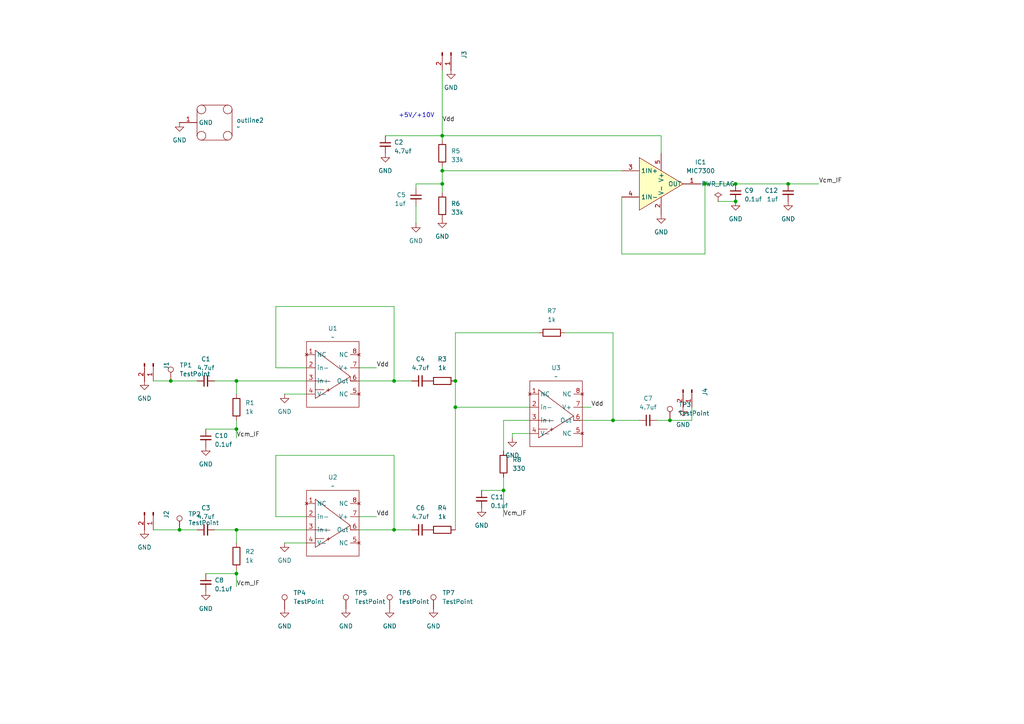
<source format=kicad_sch>
(kicad_sch (version 20231120) (generator "eeschema") (generator_version "8.0")
  (paper "A4")
  (lib_symbols
    (symbol "Connector:Conn_01x02_Pin" (pin_names (offset 1.016) hide)
      (property "Reference" "J" (at 0 2.54 0))
      (property "Value" "Conn_01x02_Pin" (at 0 -5.08 0))
      (symbol "Conn_01x02_Pin_1_1"
        (polyline (pts (xy 1.27 -2.54) (xy 0.8636 -2.54)) (stroke (width 0.1524)))
        (polyline (pts (xy 1.27 0) (xy 0.8636 0)) (stroke (width 0.1524)))
        (rectangle (start 0.8636 -2.413) (end 0 -2.667) (stroke (width 0.1524)) (fill (type outline)))
        (rectangle (start 0.8636 0.127) (end 0 -0.127) (stroke (width 0.1524)) (fill (type outline)))
        (pin passive line (at 5.08 0 180) (length 3.81) (name "Pin_1") (number "1"))
        (pin passive line (at 5.08 -2.54 180) (length 3.81) (name "Pin_2") (number "2"))
      )
    )
    (symbol "Connector:TestPoint" (pin_numbers hide) (pin_names (offset 0.762) hide)
      (property "Reference" "TP" (at 0 6.858 0))
      (property "Value" "TestPoint" (at 0 5.08 0))
      (symbol "TestPoint_0_1"
        (circle (center 0 3.302) (radius 0.762))
      )
      (symbol "TestPoint_1_1"
        (pin passive line (at 0 0 90) (length 2.54) (name "1") (number "1"))
      )
    )
    (symbol "Device:C_Small" (pin_numbers hide) (pin_names (offset 0.254) hide)
      (property "Reference" "C" (at 0.254 1.778 0))
      (property "Value" "C_Small" (at 0.254 -2.032 0))
      (symbol "C_Small_0_1"
        (polyline (pts (xy -1.524 -0.508) (xy 1.524 -0.508)) (stroke (width 0.3302)))
        (polyline (pts (xy -1.524 0.508) (xy 1.524 0.508)) (stroke (width 0.3048)))
      )
      (symbol "C_Small_1_1"
        (pin passive line (at 0 2.54 270) (length 2.032) (name "~") (number "1"))
        (pin passive line (at 0 -2.54 90) (length 2.032) (name "~") (number "2"))
      )
    )
    (symbol "Device:R" (pin_numbers hide) (pin_names (offset 0))
      (property "Reference" "R" (at 2.032 0 90))
      (property "Value" "R" (at 0 0 90))
      (symbol "R_0_1"
        (rectangle (start -1.016 -2.54) (end 1.016 2.54) (stroke (width 0.254)))
      )
      (symbol "R_1_1"
        (pin passive line (at 0 3.81 270) (length 1.27) (name "~") (number "1"))
        (pin passive line (at 0 -3.81 90) (length 1.27) (name "~") (number "2"))
      )
    )
    (symbol "MUSIC_LAB:MIC7300"
      (property "Reference" "IC" (at 16.51 10.16 0))
      (property "Value" "MIC7300" (at 15.24 6.35 0))
      (symbol "MIC7300_1_1"
        (polyline (pts (xy 5.08 7.62) (xy 5.08 -7.62) (xy 17.78 0) (xy 5.08 7.62)) (fill (type background)))
        (pin passive line (at 22.86 0 180) (length 5.08) (name "OUT") (number "1"))
        (pin passive line (at 11.43 -8.89 90) (length 5.08) (name "V-") (number "2"))
        (pin passive line (at 0 3.81 0) (length 5.08) (name "1IN+") (number "3"))
        (pin passive line (at 0 -3.81 0) (length 5.08) (name "1IN-") (number "4"))
        (pin passive line (at 11.43 8.89 270) (length 5.08) (name "V+") (number "5"))
      )
    )
    (symbol "MUSIC_LAB:OPA1611_SOIC8"
      (property "Reference" "U" (at 0 13.97 0))
      (symbol "OPA1611_SOIC8_0_0"
        (text "+" (at -1.27 6.35 0) (effects (font (size 1.27 1.27))))
        (text "-" (at -1.27 8.89 0) (effects (font (size 1.27 1.27))))
      )
      (symbol "OPA1611_SOIC8_0_1"
        (rectangle (start -7.62 20.32) (end 7.62 1.27))
        (polyline (pts (xy -5.08 6.35) (xy -2.54 6.35)))
        (polyline (pts (xy -5.08 8.89) (xy -2.54 8.89)))
        (polyline (pts (xy -5.08 17.78) (xy -5.08 3.81) (xy 5.08 10.16) (xy -5.08 17.78)))
        (polyline (pts (xy 5.08 10.16) (xy 5.08 10.16) (xy 5.08 8.89) (xy 6.985 8.89)))
      )
      (symbol "OPA1611_SOIC8_1_1"
        (pin no_connect line (at -7.62 16.51 0) (length 2.54) (name "NC") (number "1"))
        (pin input line (at -7.62 12.7 0) (length 2.54) (name "in-") (number "2"))
        (pin input line (at -7.62 8.89 0) (length 2.54) (name "in+") (number "3"))
        (pin passive line (at -7.62 5.08 0) (length 2.54) (name "V-") (number "4"))
        (pin no_connect line (at 7.62 5.08 180) (length 2.54) (name "NC") (number "5"))
        (pin output line (at 7.62 8.89 180) (length 2.54) (name "Out") (number "6"))
        (pin passive line (at 7.62 12.7 180) (length 2.54) (name "V+") (number "7"))
        (pin no_connect line (at 7.62 16.51 180) (length 2.54) (name "NC") (number "8"))
      )
    )
    (symbol "MUSIC_LAB:outline"
      (property "Reference" "outline" (at 0 6.35 0))
      (symbol "outline_0_1"
        (circle (center -3.81 -3.81) (radius 1.27))
        (circle (center -3.81 3.81) (radius 1.27))
        (polyline (pts (xy -5.08 3.81) (xy -5.08 -3.81)))
        (polyline (pts (xy -3.81 -5.08) (xy 3.81 -5.08)))
        (polyline (pts (xy 3.81 5.08) (xy -3.81 5.08)))
        (polyline (pts (xy 5.08 3.81) (xy 5.08 -3.81)))
        (circle (center 3.81 -3.81) (radius 1.27))
        (circle (center 3.81 3.81) (radius 1.27))
      )
      (symbol "outline_1_1"
        (pin free line (at -10.16 0 0) (length 5.08) (name "GND") (number "1"))
      )
    )
    (symbol "power:GND" (power) (pin_numbers hide) (pin_names (offset 0) hide)
      (property "Value" "GND" (at 0 -3.81 0))
      (symbol "GND_0_1"
        (polyline (pts (xy 0 0) (xy 0 -1.27) (xy 1.27 -1.27) (xy 0 -2.54) (xy -1.27 -1.27) (xy 0 -1.27)))
      )
      (symbol "GND_1_1"
        (pin power_in line (at 0 0 270) (length 0) (name "~") (number "1"))
      )
    )
    (symbol "power:PWR_FLAG" (power) (pin_numbers hide) (pin_names (offset 0) hide)
      (property "Value" "PWR_FLAG" (at 0 3.81 0))
      (symbol "PWR_FLAG_0_0"
        (pin power_out line (at 0 0 90) (length 0) (name "~") (number "1"))
      )
      (symbol "PWR_FLAG_0_1"
        (polyline (pts (xy 0 0) (xy 0 1.27) (xy -1.016 1.905) (xy 0 2.54) (xy 1.016 1.905) (xy 0 1.27)))
      )
    )
  )
  (junction (at 68.58 166.37))
  (junction (at 68.58 110.49))
  (junction (at 128.27 49.53))
  (junction (at 132.08 110.49))
  (junction (at 128.27 39.37))
  (junction (at 146.05 142.24))
  (junction (at 49.53 110.49))
  (junction (at 194.31 121.92))
  (junction (at 68.58 124.46))
  (junction (at 228.6 53.34))
  (junction (at 114.3 110.49))
  (junction (at 68.58 153.67))
  (junction (at 114.3 153.67))
  (junction (at 177.8 121.92))
  (junction (at 52.07 153.67))
  (junction (at 204.47 53.34))
  (junction (at 128.27 53.34))
  (junction (at 213.36 53.34))
  (junction (at 132.08 118.11))
  (junction (at 213.36 58.42))
  (wire (pts (xy 153.67 118.11) (xy 132.08 118.11)))
  (wire (pts (xy 80.01 88.9) (xy 114.3 88.9)))
  (wire (pts (xy 177.8 121.92) (xy 185.42 121.92)))
  (wire (pts (xy 68.58 165.1) (xy 68.58 166.37)))
  (wire (pts (xy 120.65 64.77) (xy 120.65 59.69)))
  (wire (pts (xy 59.69 166.37) (xy 68.58 166.37)))
  (wire (pts (xy 80.01 132.08) (xy 114.3 132.08)))
  (wire (pts (xy 88.9 149.86) (xy 80.01 149.86)))
  (wire (pts (xy 80.01 149.86) (xy 80.01 132.08)))
  (wire (pts (xy 128.27 39.37) (xy 128.27 40.64)))
  (wire (pts (xy 114.3 110.49) (xy 119.38 110.49)))
  (wire (pts (xy 80.01 106.68) (xy 80.01 88.9)))
  (wire (pts (xy 177.8 96.52) (xy 177.8 121.92)))
  (wire (pts (xy 88.9 106.68) (xy 80.01 106.68)))
  (wire (pts (xy 62.23 153.67) (xy 68.58 153.67)))
  (wire (pts (xy 68.58 153.67) (xy 88.9 153.67)))
  (wire (pts (xy 146.05 121.92) (xy 153.67 121.92)))
  (wire (pts (xy 44.45 110.49) (xy 49.53 110.49)))
  (wire (pts (xy 204.47 53.34) (xy 213.36 53.34)))
  (wire (pts (xy 194.31 121.92) (xy 190.5 121.92)))
  (wire (pts (xy 128.27 39.37) (xy 191.77 39.37)))
  (wire (pts (xy 104.14 149.86) (xy 109.22 149.86)))
  (wire (pts (xy 132.08 118.11) (xy 132.08 153.67)))
  (wire (pts (xy 114.3 132.08) (xy 114.3 153.67)))
  (wire (pts (xy 204.47 73.66) (xy 204.47 53.34)))
  (wire (pts (xy 59.69 124.46) (xy 68.58 124.46)))
  (wire (pts (xy 148.59 125.73) (xy 153.67 125.73)))
  (wire (pts (xy 128.27 20.32) (xy 128.27 39.37)))
  (wire (pts (xy 68.58 110.49) (xy 68.58 114.3)))
  (wire (pts (xy 191.77 39.37) (xy 191.77 44.45)))
  (wire (pts (xy 68.58 121.92) (xy 68.58 124.46)))
  (wire (pts (xy 128.27 49.53) (xy 128.27 48.26)))
  (wire (pts (xy 104.14 106.68) (xy 109.22 106.68)))
  (wire (pts (xy 213.36 53.34) (xy 228.6 53.34)))
  (wire (pts (xy 104.14 153.67) (xy 114.3 153.67)))
  (wire (pts (xy 44.45 153.67) (xy 52.07 153.67)))
  (wire (pts (xy 82.55 114.3) (xy 88.9 114.3)))
  (wire (pts (xy 148.59 127) (xy 148.59 125.73)))
  (wire (pts (xy 68.58 153.67) (xy 68.58 157.48)))
  (wire (pts (xy 132.08 110.49) (xy 132.08 118.11)))
  (wire (pts (xy 120.65 53.34) (xy 128.27 53.34)))
  (wire (pts (xy 132.08 96.52) (xy 132.08 110.49)))
  (wire (pts (xy 200.66 121.92) (xy 194.31 121.92)))
  (wire (pts (xy 156.21 96.52) (xy 132.08 96.52)))
  (wire (pts (xy 128.27 53.34) (xy 128.27 55.88)))
  (wire (pts (xy 177.8 121.92) (xy 168.91 121.92)))
  (wire (pts (xy 139.7 142.24) (xy 146.05 142.24)))
  (wire (pts (xy 203.2 53.34) (xy 204.47 53.34)))
  (wire (pts (xy 62.23 110.49) (xy 68.58 110.49)))
  (wire (pts (xy 163.83 96.52) (xy 177.8 96.52)))
  (wire (pts (xy 49.53 110.49) (xy 57.15 110.49)))
  (wire (pts (xy 52.07 153.67) (xy 57.15 153.67)))
  (wire (pts (xy 68.58 110.49) (xy 88.9 110.49)))
  (wire (pts (xy 114.3 153.67) (xy 119.38 153.67)))
  (wire (pts (xy 180.34 49.53) (xy 128.27 49.53)))
  (wire (pts (xy 180.34 73.66) (xy 204.47 73.66)))
  (wire (pts (xy 180.34 57.15) (xy 180.34 73.66)))
  (wire (pts (xy 82.55 157.48) (xy 88.9 157.48)))
  (wire (pts (xy 104.14 110.49) (xy 114.3 110.49)))
  (wire (pts (xy 111.76 39.37) (xy 128.27 39.37)))
  (wire (pts (xy 200.66 118.11) (xy 200.66 121.92)))
  (wire (pts (xy 120.65 54.61) (xy 120.65 53.34)))
  (wire (pts (xy 68.58 124.46) (xy 68.58 127)))
  (wire (pts (xy 171.45 118.11) (xy 168.91 118.11)))
  (wire (pts (xy 208.28 58.42) (xy 213.36 58.42)))
  (wire (pts (xy 114.3 88.9) (xy 114.3 110.49)))
  (wire (pts (xy 146.05 138.43) (xy 146.05 142.24)))
  (wire (pts (xy 228.6 53.34) (xy 237.49 53.34)))
  (wire (pts (xy 68.58 166.37) (xy 68.58 170.18)))
  (wire (pts (xy 146.05 121.92) (xy 146.05 130.81)))
  (wire (pts (xy 128.27 49.53) (xy 128.27 53.34)))
  (wire (pts (xy 146.05 142.24) (xy 146.05 149.86)))
  (text "+5V/+10V" (at 115.57 34.29 0) (effects (font (size 1.27 1.27)) (justify left bottom)))
  (label "Vdd" (at 109.22 149.86 0))
  (label "Vcm_IF" (at 146.05 149.86 0))
  (label "Vdd" (at 109.22 106.68 0))
  (label "Vdd" (at 128.27 35.56 0))
  (label "Vcm_IF" (at 237.49 53.34 0))
  (label "Vcm_IF" (at 68.58 170.18 0))
  (label "Vdd" (at 171.45 118.11 0))
  (label "Vcm_IF" (at 68.58 127 0))
  (symbol (lib_id "Connector:Conn_01x02_Pin") (at 130.81 15.24 270) (unit 1)
    (property "Reference" "J3" (at 134.62 15.875 0))
    (property "Value" "Conn_01x02_Pin" (effects (hide yes)))
    (property "Footprint" "Connector_JST:JST_XH_B2B-XH-AM_1x02_P2.50mm_Vertical" (effects (hide yes)))
    (property "Description" "Generic connector, single row, 01x02, script generated" (effects (hide yes)))
  )
  (symbol (lib_id "Device:R") (at 128.27 110.49 270) (unit 1)
    (property "Reference" "R3" (at 128.27 104.14 90))
    (property "Value" "1k" (at 128.27 106.68 90))
    (property "Footprint" "Capacitor_SMD:C_0402_1005Metric" (effects (hide yes)))
    (property "Description" "Resistor" (effects (hide yes)))
  )
  (symbol (lib_id "power:GND") (at 113.03 176.53 0) (unit 1)
    (property "Reference" "#PWR020" (effects (hide yes)))
    (property "Value" "GND" (at 113.03 181.61 0))
    (property "Description" "Power symbol creates a global label with name \"GND\" , ground" (effects (hide yes)))
  )
  (symbol (lib_id "Device:R") (at 160.02 96.52 270) (unit 1)
    (property "Reference" "R7" (at 160.02 90.17 90))
    (property "Value" "1k" (at 160.02 92.71 90))
    (property "Footprint" "Capacitor_SMD:C_0402_1005Metric" (effects (hide yes)))
    (property "Description" "Resistor" (effects (hide yes)))
  )
  (symbol (lib_id "Device:C_Small") (at 59.69 153.67 90) (mirror x) (unit 1)
    (property "Reference" "C3" (at 59.6963 147.32 90))
    (property "Value" "4.7uf" (at 59.6963 149.86 90))
    (property "Footprint" "Capacitor_SMD:C_0603_1608Metric" (effects (hide yes)))
    (property "Description" "Unpolarized capacitor, small symbol" (effects (hide yes)))
  )
  (symbol (lib_id "power:GND") (at 59.69 171.45 0) (unit 1)
    (property "Reference" "#PWR015" (effects (hide yes)))
    (property "Value" "GND" (at 59.69 176.53 0))
    (property "Description" "Power symbol creates a global label with name \"GND\" , ground" (effects (hide yes)))
  )
  (symbol (lib_id "power:GND") (at 59.69 129.54 0) (unit 1)
    (property "Reference" "#PWR016" (effects (hide yes)))
    (property "Value" "GND" (at 59.69 134.62 0))
    (property "Description" "Power symbol creates a global label with name \"GND\" , ground" (effects (hide yes)))
  )
  (symbol (lib_id "power:GND") (at 148.59 127 0) (unit 1)
    (property "Reference" "#PWR011" (effects (hide yes)))
    (property "Value" "GND" (at 148.59 132.08 0))
    (property "Description" "Power symbol creates a global label with name \"GND\" , ground" (effects (hide yes)))
  )
  (symbol (lib_id "Connector:Conn_01x02_Pin") (at 44.45 148.59 270) (unit 1)
    (property "Reference" "J2" (at 48.26 149.225 0))
    (property "Value" "Conn_01x02_Pin" (effects (hide yes)))
    (property "Footprint" "MUSIC_Lab:SMA_KHD_Back" (effects (hide yes)))
    (property "Description" "Generic connector, single row, 01x02, script generated" (effects (hide yes)))
  )
  (symbol (lib_id "Device:C_Small") (at 59.69 168.91 0) (mirror y) (unit 1)
    (property "Reference" "C8" (at 62.23 168.2813 0) (effects (justify right)))
    (property "Value" "0.1uf" (at 62.23 170.8213 0) (effects (justify right)))
    (property "Footprint" "Capacitor_SMD:C_0402_1005Metric" (effects (hide yes)))
    (property "Description" "Unpolarized capacitor, small symbol" (effects (hide yes)))
  )
  (symbol (lib_id "Device:C_Small") (at 228.6 55.88 0) (mirror y) (unit 1)
    (property "Reference" "C12" (at 225.679 55.2513 0) (effects (justify left)))
    (property "Value" "1uf" (at 225.679 57.7913 0) (effects (justify left)))
    (property "Footprint" "Capacitor_SMD:C_0603_1608Metric" (effects (hide yes)))
    (property "Description" "Unpolarized capacitor, small symbol" (effects (hide yes)))
  )
  (symbol (lib_id "Device:C_Small") (at 121.92 110.49 90) (mirror x) (unit 1)
    (property "Reference" "C4" (at 121.9263 104.14 90))
    (property "Value" "4.7uf" (at 121.9263 106.68 90))
    (property "Footprint" "Capacitor_SMD:C_0603_1608Metric" (effects (hide yes)))
    (property "Description" "Unpolarized capacitor, small symbol" (effects (hide yes)))
  )
  (symbol (lib_id "power:GND") (at 213.36 58.42 0) (unit 1)
    (property "Reference" "#PWR09" (effects (hide yes)))
    (property "Value" "GND" (at 213.36 63.5 0))
    (property "Description" "Power symbol creates a global label with name \"GND\" , ground" (effects (hide yes)))
  )
  (symbol (lib_id "Connector:TestPoint") (at 82.55 176.53 0) (unit 1)
    (property "Reference" "TP4" (at 85.09 171.9579 0) (effects (justify left)))
    (property "Value" "TestPoint" (at 85.09 174.4979 0) (effects (justify left)))
    (property "Footprint" "MUSIC_Lab:TestPoint_Plated_Hole_D0.6mm" (effects (hide yes)))
    (property "Description" "test point" (effects (hide yes)))
  )
  (symbol (lib_id "power:GND") (at 120.65 64.77 0) (unit 1)
    (property "Reference" "#PWR02" (effects (hide yes)))
    (property "Value" "GND" (at 120.65 69.85 0))
    (property "Description" "Power symbol creates a global label with name \"GND\" , ground" (effects (hide yes)))
  )
  (symbol (lib_id "Device:R") (at 68.58 118.11 180) (unit 1)
    (property "Reference" "R1" (at 71.12 116.8399 0) (effects (justify right)))
    (property "Value" "1k" (at 71.12 119.3799 0) (effects (justify right)))
    (property "Footprint" "Capacitor_SMD:C_0402_1005Metric" (effects (hide yes)))
    (property "Description" "Resistor" (effects (hide yes)))
  )
  (symbol (lib_id "Device:C_Small") (at 187.96 121.92 90) (mirror x) (unit 1)
    (property "Reference" "C7" (at 187.9663 115.57 90))
    (property "Value" "4.7uf" (at 187.9663 118.11 90))
    (property "Footprint" "Capacitor_SMD:C_0603_1608Metric" (effects (hide yes)))
    (property "Description" "Unpolarized capacitor, small symbol" (effects (hide yes)))
  )
  (symbol (lib_id "power:GND") (at 111.76 44.45 0) (unit 1)
    (property "Reference" "#PWR05" (effects (hide yes)))
    (property "Value" "GND" (at 111.76 49.53 0))
    (property "Description" "Power symbol creates a global label with name \"GND\" , ground" (effects (hide yes)))
  )
  (symbol (lib_id "Connector:TestPoint") (at 194.31 121.92 0) (unit 1)
    (property "Reference" "TP3" (at 196.85 117.3479 0) (effects (justify left)))
    (property "Value" "TestPoint" (at 196.85 119.8879 0) (effects (justify left)))
    (property "Footprint" "MUSIC_Lab:TestPoint_Plated_Hole_D0.6mm" (effects (hide yes)))
    (property "Description" "test point" (effects (hide yes)))
  )
  (symbol (lib_id "Connector:TestPoint") (at 125.73 176.53 0) (unit 1)
    (property "Reference" "TP7" (at 128.27 171.9579 0) (effects (justify left)))
    (property "Value" "TestPoint" (at 128.27 174.4979 0) (effects (justify left)))
    (property "Footprint" "MUSIC_Lab:TestPoint_Plated_Hole_D0.6mm" (effects (hide yes)))
    (property "Description" "test point" (effects (hide yes)))
  )
  (symbol (lib_id "Device:R") (at 128.27 44.45 180) (unit 1)
    (property "Reference" "R5" (at 130.81 43.815 0) (effects (justify right)))
    (property "Value" "33k" (at 130.81 46.355 0) (effects (justify right)))
    (property "Footprint" "Capacitor_SMD:C_0402_1005Metric" (effects (hide yes)))
    (property "Description" "Resistor" (effects (hide yes)))
  )
  (symbol (lib_id "MUSIC_LAB:outline") (at 62.23 35.56 0) (unit 1)
    (property "Reference" "outline2" (at 68.58 34.9249 0) (effects (justify left)))
    (property "Value" "~" (at 68.58 36.83 0) (effects (justify left)))
    (property "Footprint" "MUSIC_Lab:Outline_4x2_cavity_20231207" (effects (hide yes)))
  )
  (symbol (lib_id "Device:R") (at 146.05 134.62 0) (unit 1)
    (property "Reference" "R8" (at 148.59 133.3499 0) (effects (justify left)))
    (property "Value" "330" (at 148.59 135.8899 0) (effects (justify left)))
    (property "Footprint" "Capacitor_SMD:C_0402_1005Metric" (effects (hide yes)))
    (property "Description" "Resistor" (effects (hide yes)))
  )
  (symbol (lib_id "power:GND") (at 139.7 147.32 0) (unit 1)
    (property "Reference" "#PWR017" (effects (hide yes)))
    (property "Value" "GND" (at 139.7 152.4 0))
    (property "Description" "Power symbol creates a global label with name \"GND\" , ground" (effects (hide yes)))
  )
  (symbol (lib_id "MUSIC_LAB:OPA1611_SOIC8") (at 96.52 162.56 0) (unit 1)
    (property "Reference" "U2" (at 96.52 138.43 0))
    (property "Value" "~" (at 96.52 140.97 0))
    (property "Footprint" "Package_SO:SOIC-8_3.9x4.9mm_P1.27mm" (effects (hide yes)))
  )
  (symbol (lib_id "power:PWR_FLAG") (at 208.28 58.42 0) (unit 1)
    (property "Reference" "#FLG01" (effects (hide yes)))
    (property "Value" "PWR_FLAG" (at 208.28 53.34 0))
    (property "Description" "Special symbol for telling ERC where power comes from" (effects (hide yes)))
  )
  (symbol (lib_id "power:GND") (at 52.07 35.56 0) (unit 1)
    (property "Reference" "#PWR01" (effects (hide yes)))
    (property "Value" "GND" (at 52.07 40.64 0))
    (property "Description" "Power symbol creates a global label with name \"GND\" , ground" (effects (hide yes)))
  )
  (symbol (lib_id "Connector:Conn_01x02_Pin") (at 200.66 113.03 270) (unit 1)
    (property "Reference" "J4" (at 204.47 113.665 0))
    (property "Value" "Conn_01x02_Pin" (effects (hide yes)))
    (property "Footprint" "MUSIC_Lab:SMA_KHD_Back" (effects (hide yes)))
    (property "Description" "Generic connector, single row, 01x02, script generated" (effects (hide yes)))
  )
  (symbol (lib_id "MUSIC_LAB:OPA1611_SOIC8") (at 161.29 130.81 0) (unit 1)
    (property "Reference" "U3" (at 161.29 106.68 0))
    (property "Value" "~" (at 161.29 109.22 0))
    (property "Footprint" "Package_SO:SOIC-8_3.9x4.9mm_P1.27mm" (effects (hide yes)))
  )
  (symbol (lib_id "Device:C_Small") (at 59.69 110.49 90) (mirror x) (unit 1)
    (property "Reference" "C1" (at 59.6963 104.14 90))
    (property "Value" "4.7uf" (at 59.6963 106.68 90))
    (property "Footprint" "Capacitor_SMD:C_0603_1608Metric" (effects (hide yes)))
    (property "Description" "Unpolarized capacitor, small symbol" (effects (hide yes)))
  )
  (symbol (lib_id "Device:C_Small") (at 121.92 153.67 90) (mirror x) (unit 1)
    (property "Reference" "C6" (at 121.9263 147.32 90))
    (property "Value" "4.7uf" (at 121.9263 149.86 90))
    (property "Footprint" "Capacitor_SMD:C_0603_1608Metric" (effects (hide yes)))
    (property "Description" "Unpolarized capacitor, small symbol" (effects (hide yes)))
  )
  (symbol (lib_id "Connector:TestPoint") (at 52.07 153.67 0) (unit 1)
    (property "Reference" "TP2" (at 54.61 149.0979 0) (effects (justify left)))
    (property "Value" "TestPoint" (at 54.61 151.6379 0) (effects (justify left)))
    (property "Footprint" "MUSIC_Lab:TestPoint_Plated_Hole_D0.6mm" (effects (hide yes)))
    (property "Description" "test point" (effects (hide yes)))
  )
  (symbol (lib_id "Device:R") (at 68.58 161.29 180) (unit 1)
    (property "Reference" "R2" (at 71.12 160.0199 0) (effects (justify right)))
    (property "Value" "1k" (at 71.12 162.5599 0) (effects (justify right)))
    (property "Footprint" "Capacitor_SMD:C_0402_1005Metric" (effects (hide yes)))
    (property "Description" "Resistor" (effects (hide yes)))
  )
  (symbol (lib_id "MUSIC_LAB:MIC7300") (at 180.34 53.34 0) (unit 1)
    (property "Reference" "IC1" (at 203.2 47.0214 0))
    (property "Value" "MIC7300" (at 203.2 49.5614 0))
    (property "Footprint" "Package_TO_SOT_SMD:SOT-23-5" (effects (hide yes)))
    (property "Datasheet" "http://www.ti.com/lit/gpn/lmv321" (effects (hide yes)))
    (property "Description" "Single Low-Voltage Rail-to-Rail Output Operational Amplifier  see LMV321A for upgraded version" (effects (hide yes)))
    (property "Height" "1.45" (effects (hide yes)))
    (property "Mouser Part Number" "595-LMV321IDBVR" (effects (hide yes)))
    (property "Mouser Price/Stock" "https://www.mouser.co.uk/ProductDetail/Texas-Instruments/LMV321IDBVR?qs=IF4wzcbwb3pJ61%2F1fvjmqQ%3D%3D" (effects (hide yes)))
    (property "Manufacturer_Name" "Texas Instruments" (effects (hide yes)))
    (property "Manufacturer_Part_Number" "LMV321IDBVR" (effects (hide yes)))
  )
  (symbol (lib_id "Device:C_Small") (at 111.76 41.91 0) (unit 1)
    (property "Reference" "C2" (at 114.3 41.2813 0) (effects (justify left)))
    (property "Value" "4.7uf" (at 114.3 43.8213 0) (effects (justify left)))
    (property "Footprint" "Capacitor_SMD:C_0603_1608Metric" (effects (hide yes)))
    (property "Description" "Unpolarized capacitor, small symbol" (effects (hide yes)))
  )
  (symbol (lib_id "power:GND") (at 191.77 62.23 0) (unit 1)
    (property "Reference" "#PWR08" (effects (hide yes)))
    (property "Value" "GND" (at 191.77 67.31 0))
    (property "Description" "Power symbol creates a global label with name \"GND\" , ground" (effects (hide yes)))
  )
  (symbol (lib_id "Connector:TestPoint") (at 100.33 176.53 0) (unit 1)
    (property "Reference" "TP5" (at 102.87 171.9579 0) (effects (justify left)))
    (property "Value" "TestPoint" (at 102.87 174.4979 0) (effects (justify left)))
    (property "Footprint" "MUSIC_Lab:TestPoint_Plated_Hole_D0.6mm" (effects (hide yes)))
    (property "Description" "test point" (effects (hide yes)))
  )
  (symbol (lib_id "Device:R") (at 128.27 153.67 270) (unit 1)
    (property "Reference" "R4" (at 128.27 147.32 90))
    (property "Value" "1k" (at 128.27 149.86 90))
    (property "Footprint" "Capacitor_SMD:C_0402_1005Metric" (effects (hide yes)))
    (property "Description" "Resistor" (effects (hide yes)))
  )
  (symbol (lib_id "Connector:Conn_01x02_Pin") (at 44.45 105.41 270) (unit 1)
    (property "Reference" "J1" (at 48.26 106.045 0))
    (property "Value" "Conn_01x02_Pin" (effects (hide yes)))
    (property "Footprint" "MUSIC_Lab:SMA_KHD_Back" (effects (hide yes)))
    (property "Description" "Generic connector, single row, 01x02, script generated" (effects (hide yes)))
  )
  (symbol (lib_id "Device:C_Small") (at 59.69 127 0) (mirror y) (unit 1)
    (property "Reference" "C10" (at 62.23 126.3713 0) (effects (justify right)))
    (property "Value" "0.1uf" (at 62.23 128.9113 0) (effects (justify right)))
    (property "Footprint" "Capacitor_SMD:C_0402_1005Metric" (effects (hide yes)))
    (property "Description" "Unpolarized capacitor, small symbol" (effects (hide yes)))
  )
  (symbol (lib_id "power:GND") (at 82.55 114.3 0) (unit 1)
    (property "Reference" "#PWR06" (effects (hide yes)))
    (property "Value" "GND" (at 82.55 119.38 0))
    (property "Description" "Power symbol creates a global label with name \"GND\" , ground" (effects (hide yes)))
  )
  (symbol (lib_id "power:GND") (at 128.27 63.5 0) (unit 1)
    (property "Reference" "#PWR03" (effects (hide yes)))
    (property "Value" "GND" (at 128.27 68.58 0))
    (property "Description" "Power symbol creates a global label with name \"GND\" , ground" (effects (hide yes)))
  )
  (symbol (lib_id "power:GND") (at 130.81 20.32 0) (unit 1)
    (property "Reference" "#PWR04" (effects (hide yes)))
    (property "Value" "GND" (at 130.81 25.4 0))
    (property "Description" "Power symbol creates a global label with name \"GND\" , ground" (effects (hide yes)))
  )
  (symbol (lib_id "power:GND") (at 228.6 58.42 0) (unit 1)
    (property "Reference" "#PWR010" (effects (hide yes)))
    (property "Value" "GND" (at 228.6 63.5 0))
    (property "Description" "Power symbol creates a global label with name \"GND\" , ground" (effects (hide yes)))
  )
  (symbol (lib_id "Device:C_Small") (at 120.65 57.15 0) (mirror y) (unit 1)
    (property "Reference" "C5" (at 117.729 56.5213 0) (effects (justify left)))
    (property "Value" "1uf" (at 117.729 59.0613 0) (effects (justify left)))
    (property "Footprint" "Capacitor_SMD:C_0603_1608Metric" (effects (hide yes)))
    (property "Description" "Unpolarized capacitor, small symbol" (effects (hide yes)))
  )
  (symbol (lib_id "power:GND") (at 125.73 176.53 0) (unit 1)
    (property "Reference" "#PWR021" (effects (hide yes)))
    (property "Value" "GND" (at 125.73 181.61 0))
    (property "Description" "Power symbol creates a global label with name \"GND\" , ground" (effects (hide yes)))
  )
  (symbol (lib_id "Device:C_Small") (at 139.7 144.78 0) (mirror y) (unit 1)
    (property "Reference" "C11" (at 142.24 144.1513 0) (effects (justify right)))
    (property "Value" "0.1uf" (at 142.24 146.6913 0) (effects (justify right)))
    (property "Footprint" "Capacitor_SMD:C_0402_1005Metric" (effects (hide yes)))
    (property "Description" "Unpolarized capacitor, small symbol" (effects (hide yes)))
  )
  (symbol (lib_id "MUSIC_LAB:OPA1611_SOIC8") (at 96.52 119.38 0) (unit 1)
    (property "Reference" "U1" (at 96.52 95.25 0))
    (property "Value" "~" (at 96.52 97.79 0))
    (property "Footprint" "Package_SO:SOIC-8_3.9x4.9mm_P1.27mm" (effects (hide yes)))
  )
  (symbol (lib_id "power:GND") (at 41.91 110.49 0) (unit 1)
    (property "Reference" "#PWR012" (effects (hide yes)))
    (property "Value" "GND" (at 41.91 115.57 0))
    (property "Description" "Power symbol creates a global label with name \"GND\" , ground" (effects (hide yes)))
  )
  (symbol (lib_id "Connector:TestPoint") (at 113.03 176.53 0) (unit 1)
    (property "Reference" "TP6" (at 115.57 171.9579 0) (effects (justify left)))
    (property "Value" "TestPoint" (at 115.57 174.4979 0) (effects (justify left)))
    (property "Footprint" "MUSIC_Lab:TestPoint_Plated_Hole_D0.6mm" (effects (hide yes)))
    (property "Description" "test point" (effects (hide yes)))
  )
  (symbol (lib_id "Device:C_Small") (at 213.36 55.88 0) (mirror y) (unit 1)
    (property "Reference" "C9" (at 215.9 55.2513 0) (effects (justify right)))
    (property "Value" "0.1uf" (at 215.9 57.7913 0) (effects (justify right)))
    (property "Footprint" "Capacitor_SMD:C_0402_1005Metric" (effects (hide yes)))
    (property "Description" "Unpolarized capacitor, small symbol" (effects (hide yes)))
  )
  (symbol (lib_id "power:GND") (at 82.55 176.53 0) (unit 1)
    (property "Reference" "#PWR018" (effects (hide yes)))
    (property "Value" "GND" (at 82.55 181.61 0))
    (property "Description" "Power symbol creates a global label with name \"GND\" , ground" (effects (hide yes)))
  )
  (symbol (lib_id "Connector:TestPoint") (at 49.53 110.49 0) (unit 1)
    (property "Reference" "TP1" (at 52.07 105.9179 0) (effects (justify left)))
    (property "Value" "TestPoint" (at 52.07 108.4579 0) (effects (justify left)))
    (property "Footprint" "MUSIC_Lab:TestPoint_Plated_Hole_D0.6mm" (effects (hide yes)))
    (property "Description" "test point" (effects (hide yes)))
  )
  (symbol (lib_id "Device:R") (at 128.27 59.69 180) (unit 1)
    (property "Reference" "R6" (at 130.81 59.055 0) (effects (justify right)))
    (property "Value" "33k" (at 130.81 61.595 0) (effects (justify right)))
    (property "Footprint" "Capacitor_SMD:C_0402_1005Metric" (effects (hide yes)))
    (property "Description" "Resistor" (effects (hide yes)))
  )
  (symbol (lib_id "power:GND") (at 41.91 153.67 0) (unit 1)
    (property "Reference" "#PWR013" (effects (hide yes)))
    (property "Value" "GND" (at 41.91 158.75 0))
    (property "Description" "Power symbol creates a global label with name \"GND\" , ground" (effects (hide yes)))
  )
  (symbol (lib_id "power:GND") (at 100.33 176.53 0) (unit 1)
    (property "Reference" "#PWR019" (effects (hide yes)))
    (property "Value" "GND" (at 100.33 181.61 0))
    (property "Description" "Power symbol creates a global label with name \"GND\" , ground" (effects (hide yes)))
  )
  (symbol (lib_id "power:GND") (at 198.12 118.11 0) (unit 1)
    (property "Reference" "#PWR014" (effects (hide yes)))
    (property "Value" "GND" (at 198.12 123.19 0))
    (property "Description" "Power symbol creates a global label with name \"GND\" , ground" (effects (hide yes)))
  )
  (symbol (lib_id "power:GND") (at 82.55 157.48 0) (unit 1)
    (property "Reference" "#PWR07" (effects (hide yes)))
    (property "Value" "GND" (at 82.55 162.56 0))
    (property "Description" "Power symbol creates a global label with name \"GND\" , ground" (effects (hide yes)))
  )
)
</source>
